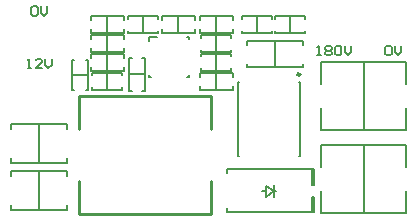
<source format=gto>
G04*
G04 #@! TF.GenerationSoftware,Altium Limited,Altium Designer,20.1.7 (139)*
G04*
G04 Layer_Color=65535*
%FSLAX25Y25*%
%MOIN*%
G70*
G04*
G04 #@! TF.SameCoordinates,340D3123-0E3B-44FA-9BA9-5BA34B2CC4A0*
G04*
G04*
G04 #@! TF.FilePolarity,Positive*
G04*
G01*
G75*
%ADD10C,0.00984*%
%ADD11C,0.00591*%
%ADD12C,0.00787*%
%ADD13C,0.01000*%
%ADD14C,0.00600*%
D10*
X98917Y51378D02*
G03*
X98917Y51378I-492J0D01*
G01*
D11*
X22835Y51191D02*
X28346D01*
X22835Y46191D02*
X23591D01*
X22835D02*
Y56191D01*
X23591D01*
X27591D02*
X28346D01*
Y46191D02*
Y56191D01*
X27591Y46191D02*
X28346D01*
X34646Y58858D02*
Y64370D01*
X29134Y63189D02*
Y64370D01*
X40157D01*
Y63189D02*
Y64370D01*
Y58858D02*
Y60039D01*
X29134Y58858D02*
X40157D01*
X29134D02*
Y60039D01*
X34646Y65158D02*
Y70669D01*
X29134Y69488D02*
Y70669D01*
X40157D01*
Y69488D02*
Y70669D01*
Y65158D02*
Y66339D01*
X29134Y65158D02*
X40157D01*
X29134D02*
Y66339D01*
X46457Y65158D02*
Y70669D01*
X41457Y69913D02*
Y70669D01*
X51457D01*
Y69913D02*
Y70669D01*
Y65158D02*
Y65913D01*
X41457Y65158D02*
X51457D01*
X41457D02*
Y65913D01*
X58268Y65158D02*
Y70669D01*
X52756Y69488D02*
Y70669D01*
X63779D01*
Y69488D02*
Y70669D01*
Y65158D02*
Y66339D01*
X52756Y65158D02*
X63779D01*
X52756D02*
Y66339D01*
X70866Y58858D02*
Y64370D01*
X65866Y63614D02*
Y64370D01*
X75866D01*
Y63614D02*
Y64370D01*
Y58858D02*
Y59614D01*
X65866Y58858D02*
X75866D01*
X65866D02*
Y59614D01*
X70866Y65158D02*
Y70669D01*
X76378Y65158D02*
Y66339D01*
X65354Y65158D02*
X76378D01*
X65354D02*
Y66339D01*
Y69488D02*
Y70669D01*
X76378D01*
Y69488D02*
Y70669D01*
X84646Y65158D02*
Y70669D01*
X79646Y69913D02*
Y70669D01*
X89646D01*
Y69913D02*
Y70669D01*
Y65158D02*
Y65913D01*
X79646Y65158D02*
X89646D01*
X79646D02*
Y65913D01*
X95669Y65158D02*
Y70669D01*
X90669Y69913D02*
Y70669D01*
X100669D01*
Y69913D02*
Y70669D01*
Y65158D02*
Y65913D01*
X90669Y65158D02*
X100669D01*
X90669D02*
Y65913D01*
X2461Y17529D02*
Y19005D01*
X21161D01*
Y17529D02*
Y19005D01*
Y6210D02*
Y7687D01*
X2461Y6210D02*
X21161D01*
X2461D02*
Y7687D01*
X11811Y6210D02*
Y19005D01*
Y21958D02*
Y34754D01*
X2461Y21958D02*
Y23435D01*
Y21958D02*
X21161D01*
Y23435D01*
Y33277D02*
Y34754D01*
X2461D02*
X21161D01*
X2461Y33277D02*
Y34754D01*
X34646Y52559D02*
Y58071D01*
X40157Y52559D02*
Y53740D01*
X29134Y52559D02*
X40157D01*
X29134D02*
Y53740D01*
Y56890D02*
Y58071D01*
X40157D01*
Y56890D02*
Y58071D01*
X29646Y46260D02*
Y47016D01*
Y46260D02*
X39646D01*
Y47016D01*
Y51016D02*
Y51772D01*
X29646D02*
X39646D01*
X29646Y51016D02*
Y51772D01*
X34646Y46260D02*
Y51772D01*
X41732Y51378D02*
X47244D01*
X41732Y45866D02*
X42913D01*
X41732D02*
Y56890D01*
X42913D01*
X46063D02*
X47244D01*
Y45866D02*
Y56890D01*
X46063Y45866D02*
X47244D01*
X70866Y52559D02*
Y58071D01*
X65866Y57315D02*
Y58071D01*
X75866D01*
Y57315D02*
Y58071D01*
Y52559D02*
Y53315D01*
X65866Y52559D02*
X75866D01*
X65866D02*
Y53315D01*
X70866Y46260D02*
Y51772D01*
X65354Y50591D02*
Y51772D01*
X76378D01*
Y50591D02*
Y51772D01*
Y46260D02*
Y47441D01*
X65354Y46260D02*
X76378D01*
X65354D02*
Y47441D01*
X81102Y61221D02*
Y62402D01*
X100000D01*
Y61221D02*
Y62402D01*
Y53740D02*
Y54921D01*
X81102Y53740D02*
X100000D01*
X81102D02*
Y54921D01*
X90551Y53740D02*
Y62402D01*
D12*
X78150Y36378D02*
Y48819D01*
X78622D01*
X78150Y24016D02*
Y36457D01*
Y24016D02*
X78622D01*
X98543D02*
X99016D01*
Y36457D01*
Y36378D02*
Y48819D01*
X98543D02*
X99016D01*
X48425Y50403D02*
X49213D01*
X48425D02*
Y51191D01*
X61024Y50403D02*
X61811D01*
Y51191D01*
Y63002D02*
Y63789D01*
X61024D02*
X61811D01*
X48425Y62568D02*
Y63789D01*
X51319D01*
X86221Y12608D02*
X87402D01*
X90158D02*
X90945D01*
X87402Y10639D02*
Y14183D01*
Y10639D02*
X90158Y12608D01*
X87402Y14183D02*
X90158Y12608D01*
Y10639D02*
Y14576D01*
X74410Y19694D02*
X103543D01*
X74410Y18415D02*
Y19694D01*
X103543Y14576D02*
Y19694D01*
X74410Y5521D02*
Y6801D01*
X102953Y14576D02*
X103543D01*
X102953D02*
Y19694D01*
Y5521D02*
Y10639D01*
X103543D01*
X74410Y5521D02*
X103543D01*
Y10639D01*
X134252Y20482D02*
Y27962D01*
X105905D02*
X134252D01*
X105905Y20482D02*
Y27962D01*
X120079Y5128D02*
Y27569D01*
X105905Y5128D02*
Y12608D01*
Y5128D02*
X134252D01*
Y12608D01*
Y48041D02*
Y55521D01*
X105905D02*
X134252D01*
X105905Y48041D02*
Y55521D01*
X120079Y32687D02*
Y55128D01*
X105905Y32687D02*
Y40167D01*
Y32687D02*
X134252D01*
Y40167D01*
D13*
X25197Y33080D02*
Y44104D01*
X69291D01*
Y33080D02*
Y44104D01*
X25197Y4734D02*
Y15757D01*
Y4734D02*
X69291D01*
Y15757D01*
D14*
X127255Y60318D02*
X127789Y60852D01*
X128855D01*
X129388Y60318D01*
Y58186D01*
X128855Y57652D01*
X127789D01*
X127255Y58186D01*
Y60318D01*
X130454Y60852D02*
Y58719D01*
X131521Y57652D01*
X132587Y58719D01*
Y60852D01*
X9222Y73541D02*
X9755Y74075D01*
X10821D01*
X11355Y73541D01*
Y71409D01*
X10821Y70876D01*
X9755D01*
X9222Y71409D01*
Y73541D01*
X12421Y74075D02*
Y71942D01*
X13487Y70876D01*
X14554Y71942D01*
Y74075D01*
X104638Y57652D02*
X105704D01*
X105171D01*
Y60852D01*
X104638Y60318D01*
X107304D02*
X107837Y60852D01*
X108903D01*
X109437Y60318D01*
Y59785D01*
X108903Y59252D01*
X109437Y58719D01*
Y58186D01*
X108903Y57652D01*
X107837D01*
X107304Y58186D01*
Y58719D01*
X107837Y59252D01*
X107304Y59785D01*
Y60318D01*
X107837Y59252D02*
X108903D01*
X110503Y60318D02*
X111036Y60852D01*
X112102D01*
X112635Y60318D01*
Y58186D01*
X112102Y57652D01*
X111036D01*
X110503Y58186D01*
Y60318D01*
X113702Y60852D02*
Y58719D01*
X114768Y57652D01*
X115834Y58719D01*
Y60852D01*
X8041Y53435D02*
X9107D01*
X8574D01*
Y56634D01*
X8041Y56100D01*
X12839Y53435D02*
X10707D01*
X12839Y55567D01*
Y56100D01*
X12306Y56634D01*
X11240D01*
X10707Y56100D01*
X13906Y56634D02*
Y54501D01*
X14972Y53435D01*
X16038Y54501D01*
Y56634D01*
M02*

</source>
